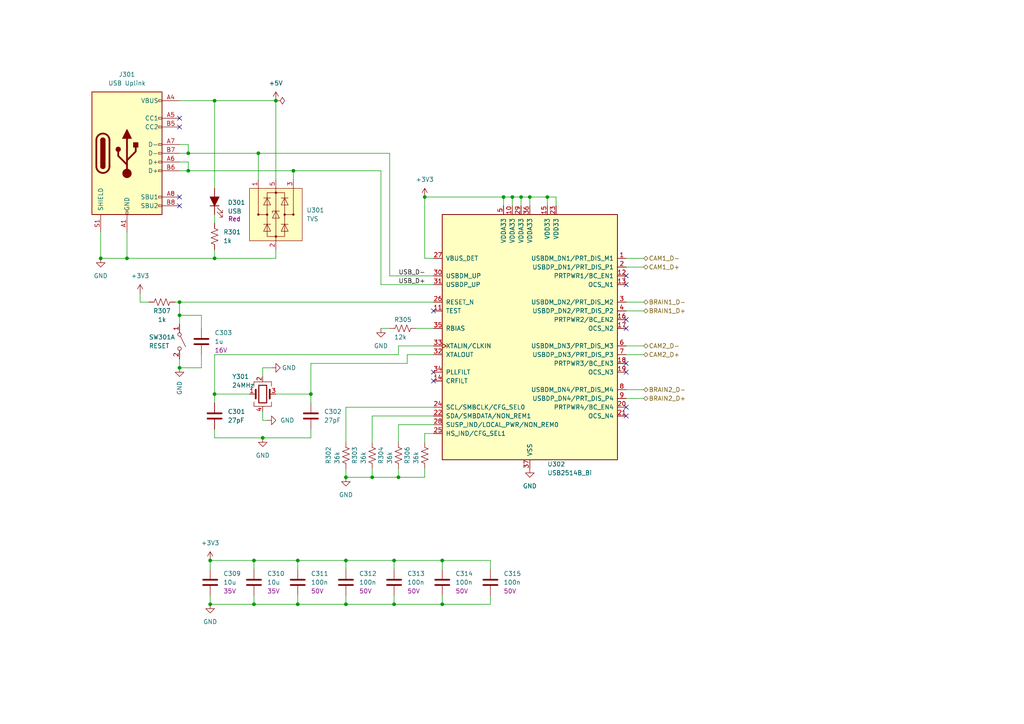
<source format=kicad_sch>
(kicad_sch (version 20250114) (generator "eeschema") (generator_version "9.0")
  (paper "A4")
  (lib_symbols
    (symbol "Connector:USB_C_Receptacle_USB2.0" (pin_names (offset 1.016))
      (property "Reference" "J" (at -10.16 19.05 0))
      (property "Value" "USB_C_Receptacle_USB2.0" (at 19.05 19.05 0))
      (symbol "USB_C_Receptacle_USB2.0_0_0"
        (rectangle (start -0.254 -17.78) (end 0.254 -16.764))
        (rectangle (start 10.16 15.494) (end 9.144 14.986))
        (rectangle (start 10.16 10.414) (end 9.144 9.906))
        (rectangle (start 10.16 7.874) (end 9.144 7.366))
        (rectangle (start 10.16 2.794) (end 9.144 2.286))
        (rectangle (start 10.16 0.254) (end 9.144 -0.254))
        (rectangle (start 10.16 -2.286) (end 9.144 -2.794))
        (rectangle (start 10.16 -4.826) (end 9.144 -5.334))
        (rectangle (start 10.16 -12.446) (end 9.144 -12.954))
        (rectangle (start 10.16 -14.986) (end 9.144 -15.494))
      )
      (symbol "USB_C_Receptacle_USB2.0_0_1"
        (rectangle (start -10.16 17.78) (end 10.16 -17.78) (stroke (width 0.254)) (fill (type background)))
        (polyline (pts (xy -8.89 -3.81) (xy -8.89 3.81)) (stroke (width 0.508)))
        (rectangle (start -7.62 -3.81) (end -6.35 3.81) (stroke (width 0.254)) (fill (type outline)))
        (arc (start -7.62 3.81) (mid -6.985 4.4423) (end -6.35 3.81) (stroke (width 0.254)))
        (arc (start -7.62 3.81) (mid -6.985 4.4423) (end -6.35 3.81) (stroke (width 0.254)) (fill (type outline)))
        (arc (start -8.89 3.81) (mid -6.985 5.7067) (end -5.08 3.81) (stroke (width 0.508)))
        (arc (start -5.08 -3.81) (mid -6.985 -5.7067) (end -8.89 -3.81) (stroke (width 0.508)))
        (arc (start -6.35 -3.81) (mid -6.985 -4.4423) (end -7.62 -3.81) (stroke (width 0.254)))
        (arc (start -6.35 -3.81) (mid -6.985 -4.4423) (end -7.62 -3.81) (stroke (width 0.254)) (fill (type outline)))
        (polyline (pts (xy -5.08 3.81) (xy -5.08 -3.81)) (stroke (width 0.508)))
        (circle (center -2.54 1.143) (radius 0.635) (stroke (width 0.254)) (fill (type outline)))
        (polyline (pts (xy -1.27 4.318) (xy 0 6.858) (xy 1.27 4.318) (xy -1.27 4.318)) (stroke (width 0.254)) (fill (type outline)))
        (polyline (pts (xy 0 -2.032) (xy 2.54 0.508) (xy 2.54 1.778)) (stroke (width 0.508)))
        (polyline (pts (xy 0 -3.302) (xy -2.54 -0.762) (xy -2.54 0.508)) (stroke (width 0.508)))
        (polyline (pts (xy 0 -5.842) (xy 0 4.318)) (stroke (width 0.508)))
        (circle (center 0 -5.842) (radius 1.27) (fill (type outline)))
        (rectangle (start 1.905 1.778) (end 3.175 3.048) (stroke (width 0.254)) (fill (type outline)))
      )
      (symbol "USB_C_Receptacle_USB2.0_1_1"
        (pin passive line (at -7.62 -22.86 90) (length 5.08) (name "SHIELD") (number "S1"))
        (pin passive line (at 0 -22.86 90) (length 5.08) (name "GND") (number "A1"))
        (pin passive line (at 0 -22.86 90) (length 5.08) (hide yes) (name "GND") (number "A12"))
        (pin passive line (at 0 -22.86 90) (length 5.08) (hide yes) (name "GND") (number "B1"))
        (pin passive line (at 0 -22.86 90) (length 5.08) (hide yes) (name "GND") (number "B12"))
        (pin passive line (at 15.24 15.24 180) (length 5.08) (name "VBUS") (number "A4"))
        (pin passive line (at 15.24 15.24 180) (length 5.08) (hide yes) (name "VBUS") (number "A9"))
        (pin passive line (at 15.24 15.24 180) (length 5.08) (hide yes) (name "VBUS") (number "B4"))
        (pin passive line (at 15.24 15.24 180) (length 5.08) (hide yes) (name "VBUS") (number "B9"))
        (pin bidirectional line (at 15.24 10.16 180) (length 5.08) (name "CC1") (number "A5"))
        (pin bidirectional line (at 15.24 7.62 180) (length 5.08) (name "CC2") (number "B5"))
        (pin bidirectional line (at 15.24 2.54 180) (length 5.08) (name "D-") (number "A7"))
        (pin bidirectional line (at 15.24 0 180) (length 5.08) (name "D-") (number "B7"))
        (pin bidirectional line (at 15.24 -2.54 180) (length 5.08) (name "D+") (number "A6"))
        (pin bidirectional line (at 15.24 -5.08 180) (length 5.08) (name "D+") (number "B6"))
        (pin bidirectional line (at 15.24 -12.7 180) (length 5.08) (name "SBU1") (number "A8"))
        (pin bidirectional line (at 15.24 -15.24 180) (length 5.08) (name "SBU2") (number "B8"))
      )
    )
    (symbol "Device:C" (pin_numbers (hide yes)) (pin_names (offset 0.254))
      (property "Reference" "C" (at 0.635 2.54 0))
      (property "Value" "C" (at 0.635 -2.54 0))
      (symbol "C_0_1"
        (polyline (pts (xy -2.032 0.762) (xy 2.032 0.762)) (stroke (width 0.508)))
        (polyline (pts (xy -2.032 -0.762) (xy 2.032 -0.762)) (stroke (width 0.508)))
      )
      (symbol "C_1_1"
        (pin passive line (at 0 3.81 270) (length 2.794) (name "~") (number "1"))
        (pin passive line (at 0 -3.81 90) (length 2.794) (name "~") (number "2"))
      )
    )
    (symbol "Device:Crystal_GND24" (pin_names (offset 1.016) (hide yes))
      (property "Reference" "Y" (at 3.175 5.08 0))
      (property "Value" "Crystal_GND24" (at 3.175 3.175 0))
      (symbol "Crystal_GND24_0_1"
        (polyline (pts (xy -2.54 2.286) (xy -2.54 3.556) (xy 2.54 3.556) (xy 2.54 2.286)))
        (polyline (pts (xy -2.54 0) (xy -2.032 0)))
        (polyline (pts (xy -2.54 -2.286) (xy -2.54 -3.556) (xy 2.54 -3.556) (xy 2.54 -2.286)))
        (polyline (pts (xy -2.032 -1.27) (xy -2.032 1.27)) (stroke (width 0.508)))
        (rectangle (start -1.143 2.54) (end 1.143 -2.54) (stroke (width 0.3048)))
        (polyline (pts (xy 0 3.556) (xy 0 3.81)))
        (polyline (pts (xy 0 -3.81) (xy 0 -3.556)))
        (polyline (pts (xy 2.032 0) (xy 2.54 0)))
        (polyline (pts (xy 2.032 -1.27) (xy 2.032 1.27)) (stroke (width 0.508)))
      )
      (symbol "Crystal_GND24_1_1"
        (pin passive line (at -3.81 0 0) (length 1.27) (name "1") (number "1"))
        (pin passive line (at 0 5.08 270) (length 1.27) (name "2") (number "2"))
        (pin passive line (at 0 -5.08 90) (length 1.27) (name "4") (number "4"))
        (pin passive line (at 3.81 0 180) (length 1.27) (name "3") (number "3"))
      )
    )
    (symbol "Device:LED_Filled" (pin_numbers (hide yes)) (pin_names (offset 1.016) (hide yes))
      (property "Reference" "D" (at 0 2.54 0))
      (property "Value" "LED_Filled" (at 0 -2.54 0))
      (symbol "LED_Filled_0_1"
        (polyline (pts (xy -3.048 -0.762) (xy -4.572 -2.286) (xy -3.81 -2.286) (xy -4.572 -2.286) (xy -4.572 -1.524)))
        (polyline (pts (xy -1.778 -0.762) (xy -3.302 -2.286) (xy -2.54 -2.286) (xy -3.302 -2.286) (xy -3.302 -1.524)))
        (polyline (pts (xy -1.27 0) (xy 1.27 0)))
        (polyline (pts (xy -1.27 -1.27) (xy -1.27 1.27)) (stroke (width 0.254)))
        (polyline (pts (xy 1.27 -1.27) (xy 1.27 1.27) (xy -1.27 0) (xy 1.27 -1.27)) (stroke (width 0.254)) (fill (type outline)))
      )
      (symbol "LED_Filled_1_1"
        (pin passive line (at -3.81 0 0) (length 2.54) (name "K") (number "1"))
        (pin passive line (at 3.81 0 180) (length 2.54) (name "A") (number "2"))
      )
    )
    (symbol "Device:R_US" (pin_numbers (hide yes)) (pin_names (offset 0))
      (property "Reference" "R" (at 2.54 0 90))
      (property "Value" "R_US" (at -2.54 0 90))
      (symbol "R_US_0_1"
        (polyline (pts (xy 0 2.286) (xy 0 2.54)))
        (polyline (pts (xy 0 2.286) (xy 1.016 1.905) (xy 0 1.524) (xy -1.016 1.143) (xy 0 0.762)))
        (polyline (pts (xy 0 0.762) (xy 1.016 0.381) (xy 0 0) (xy -1.016 -0.381) (xy 0 -0.762)))
        (polyline (pts (xy 0 -0.762) (xy 1.016 -1.143) (xy 0 -1.524) (xy -1.016 -1.905) (xy 0 -2.286)))
        (polyline (pts (xy 0 -2.286) (xy 0 -2.54)))
      )
      (symbol "R_US_1_1"
        (pin passive line (at 0 3.81 270) (length 1.27) (name "~") (number "1"))
        (pin passive line (at 0 -3.81 90) (length 1.27) (name "~") (number "2"))
      )
    )
    (symbol "Droid:TVS" (pin_names (hide yes))
      (property "Reference" "U" (at 8.89 1.27 0))
      (property "Value" "TVS" (at 8.89 -1.27 0))
      (symbol "TVS_0_1"
        (circle (center -5.08 0) (radius 0.254) (fill (type outline)))
        (polyline (pts (xy -3.5463 2.777) (xy -1.5143 2.777) (xy -2.5303 4.809) (xy -3.5463 2.777)))
        (polyline (pts (xy -3.5463 -4.843) (xy -1.5143 -4.843) (xy -2.5303 -2.811) (xy -3.5463 -4.843)))
        (polyline (pts (xy -2.54 0) (xy -5.08 0) (xy -5.08 7.62)))
        (rectangle (start -2.5303 6.333) (end 2.5497 -6.367))
        (circle (center -2.5303 -0.017) (radius 0.254) (fill (type outline)))
        (polyline (pts (xy -1.5143 4.809) (xy -3.5463 4.809)))
        (polyline (pts (xy -1.5143 -2.811) (xy -3.5463 -2.811)))
        (polyline (pts (xy -1.0063 -1.033) (xy 1.0257 -1.033) (xy 0.0097 0.999) (xy -1.0063 -1.033)))
        (polyline (pts (xy 0 6.35) (xy 0 7.62)))
        (polyline (pts (xy 0 -7.62) (xy 0 -6.35)))
        (circle (center 0.0097 6.333) (radius 0.254) (fill (type outline)))
        (polyline (pts (xy 0.0097 1.253) (xy 0.0097 6.333)))
        (polyline (pts (xy 0.0097 -6.367) (xy 0.0097 1.253)))
        (circle (center 0.0097 -6.367) (radius 0.254) (fill (type outline)))
        (polyline (pts (xy 1.0257 0.999) (xy 0.7717 0.999) (xy -1.0063 0.999) (xy -1.0063 0.491)))
        (polyline (pts (xy 1.5337 4.809) (xy 3.5657 4.809)))
        (polyline (pts (xy 1.5337 -2.811) (xy 3.5657 -2.811)))
        (polyline (pts (xy 2.54 0) (xy 5.08 0) (xy 5.08 7.62)))
        (circle (center 2.5497 -0.017) (radius 0.254) (fill (type outline)))
        (polyline (pts (xy 3.5657 2.777) (xy 1.5337 2.777) (xy 2.5497 4.809) (xy 3.5657 2.777)))
        (polyline (pts (xy 3.5657 -4.843) (xy 1.5337 -4.843) (xy 2.5497 -2.811) (xy 3.5657 -4.843)))
        (circle (center 5.08 0) (radius 0.254) (fill (type outline)))
      )
      (symbol "TVS_1_1"
        (rectangle (start -7.62 7.62) (end 7.62 -7.62) (fill (type background)))
        (pin passive line (at -5.08 10.16 270) (length 2.54) (name "D-") (number "1"))
        (pin passive line (at -5.08 10.16 270) (length 2.54) (hide yes) (name "D-") (number "6"))
        (pin passive line (at 0 10.16 270) (length 2.54) (name "VBUS") (number "5"))
        (pin passive line (at 0 -10.16 90) (length 2.54) (name "GND") (number "2"))
        (pin passive line (at 5.08 10.16 270) (length 2.54) (name "D+") (number "3"))
        (pin passive line (at 5.08 10.16 270) (length 2.54) (hide yes) (name "D+") (number "4"))
      )
    )
    (symbol "Interface_USB:USB2514B_Bi" (pin_names (offset 1.016))
      (property "Reference" "U" (at -17.78 40.64 0))
      (property "Value" "USB2514B_Bi" (at -20.32 38.1 0))
      (symbol "USB2514B_Bi_0_1"
        (rectangle (start -25.4 35.56) (end 25.4 -35.56) (stroke (width 0.254)) (fill (type background)))
      )
      (symbol "USB2514B_Bi_1_1"
        (pin input line (at -27.94 22.86 0) (length 2.54) (name "VBUS_DET") (number "27"))
        (pin bidirectional line (at -27.94 17.78 0) (length 2.54) (name "USBDM_UP") (number "30"))
        (pin bidirectional line (at -27.94 15.24 0) (length 2.54) (name "USBDP_UP") (number "31"))
        (pin input line (at -27.94 10.16 0) (length 2.54) (name "RESET_N") (number "26"))
        (pin input line (at -27.94 7.62 0) (length 2.54) (name "TEST") (number "11"))
        (pin input line (at -27.94 2.54 0) (length 2.54) (name "RBIAS") (number "35"))
        (pin input clock (at -27.94 -2.54 0) (length 2.54) (name "XTALIN/CLKIN") (number "33"))
        (pin output line (at -27.94 -5.08 0) (length 2.54) (name "XTALOUT") (number "32"))
        (pin input line (at -27.94 -10.16 0) (length 2.54) (name "PLLFILT") (number "34"))
        (pin input line (at -27.94 -12.7 0) (length 2.54) (name "CRFILT") (number "14"))
        (pin bidirectional line (at -27.94 -20.32 0) (length 2.54) (name "SCL/SMBCLK/CFG_SEL0") (number "24"))
        (pin bidirectional line (at -27.94 -22.86 0) (length 2.54) (name "SDA/SMBDATA/NON_REM1") (number "22"))
        (pin bidirectional line (at -27.94 -25.4 0) (length 2.54) (name "SUSP_IND/LOCAL_PWR/NON_REM0") (number "28"))
        (pin bidirectional line (at -27.94 -27.94 0) (length 2.54) (name "HS_IND/CFG_SEL1") (number "25"))
        (pin power_in line (at -7.62 38.1 270) (length 2.54) (name "VDDA33") (number "5"))
        (pin power_in line (at -5.08 38.1 270) (length 2.54) (name "VDDA33") (number "10"))
        (pin power_in line (at -2.54 38.1 270) (length 2.54) (name "VDDA33") (number "29"))
        (pin power_in line (at 0 38.1 270) (length 2.54) (name "VDDA33") (number "36"))
        (pin power_in line (at 0 -38.1 90) (length 2.54) (name "VSS") (number "37"))
        (pin power_in line (at 5.08 38.1 270) (length 2.54) (name "VDD33") (number "15"))
        (pin power_in line (at 7.62 38.1 270) (length 2.54) (name "VDD33") (number "23"))
        (pin bidirectional line (at 27.94 22.86 180) (length 2.54) (name "USBDM_DN1/PRT_DIS_M1") (number "1"))
        (pin bidirectional line (at 27.94 20.32 180) (length 2.54) (name "USBDP_DN1/PRT_DIS_P1") (number "2"))
        (pin bidirectional line (at 27.94 17.78 180) (length 2.54) (name "PRTPWR1/BC_EN1") (number "12"))
        (pin input line (at 27.94 15.24 180) (length 2.54) (name "OCS_N1") (number "13"))
        (pin bidirectional line (at 27.94 10.16 180) (length 2.54) (name "USBDM_DN2/PRT_DIS_M2") (number "3"))
        (pin bidirectional line (at 27.94 7.62 180) (length 2.54) (name "USBDP_DN2/PRT_DIS_P2") (number "4"))
        (pin bidirectional line (at 27.94 5.08 180) (length 2.54) (name "PRTPWR2/BC_EN2") (number "16"))
        (pin input line (at 27.94 2.54 180) (length 2.54) (name "OCS_N2") (number "17"))
        (pin bidirectional line (at 27.94 -2.54 180) (length 2.54) (name "USBDM_DN3/PRT_DIS_M3") (number "6"))
        (pin bidirectional line (at 27.94 -5.08 180) (length 2.54) (name "USBDP_DN3/PRT_DIS_P3") (number "7"))
        (pin bidirectional line (at 27.94 -7.62 180) (length 2.54) (name "PRTPWR3/BC_EN3") (number "18"))
        (pin input line (at 27.94 -10.16 180) (length 2.54) (name "OCS_N3") (number "19"))
        (pin bidirectional line (at 27.94 -15.24 180) (length 2.54) (name "USBDM_DN4/PRT_DIS_M4") (number "8"))
        (pin bidirectional line (at 27.94 -17.78 180) (length 2.54) (name "USBDP_DN4/PRT_DIS_P4") (number "9"))
        (pin bidirectional line (at 27.94 -20.32 180) (length 2.54) (name "PRTPWR4/BC_EN4") (number "20"))
        (pin input line (at 27.94 -22.86 180) (length 2.54) (name "OCS_N4") (number "21"))
      )
    )
    (symbol "Switch:SW_DPST_x2" (pin_names (offset 0) (hide yes))
      (property "Reference" "SW" (at 0 3.175 0))
      (property "Value" "SW_DPST_x2" (at 0 -2.54 0))
      (symbol "SW_DPST_x2_0_0"
        (circle (center -2.032 0) (radius 0.508))
        (polyline (pts (xy -1.524 0.254) (xy 1.524 1.778)))
        (circle (center 2.032 0) (radius 0.508))
      )
      (symbol "SW_DPST_x2_1_1"
        (pin passive line (at -5.08 0 0) (length 2.54) (name "A") (number "1"))
        (pin passive line (at 5.08 0 180) (length 2.54) (name "B") (number "2"))
      )
      (symbol "SW_DPST_x2_2_1"
        (pin passive line (at -5.08 0 0) (length 2.54) (name "A") (number "3"))
        (pin passive line (at 5.08 0 180) (length 2.54) (name "B") (number "4"))
      )
    )
    (symbol "power:+3V3" (power) (pin_names (offset 0))
      (property "Value" "+3V3" (at 0 3.556 0))
      (symbol "+3V3_0_1"
        (polyline (pts (xy -0.762 1.27) (xy 0 2.54)))
        (polyline (pts (xy 0 2.54) (xy 0.762 1.27)))
        (polyline (pts (xy 0 0) (xy 0 2.54)))
      )
      (symbol "+3V3_1_1"
        (pin power_in line (at 0 0 90) (length 0) (hide yes) (name "+3V3") (number "1"))
      )
    )
    (symbol "power:+5V" (power) (pin_names (offset 0))
      (property "Value" "+5V" (at 0 3.556 0))
      (symbol "+5V_0_1"
        (polyline (pts (xy -0.762 1.27) (xy 0 2.54)))
        (polyline (pts (xy 0 2.54) (xy 0.762 1.27)))
        (polyline (pts (xy 0 0) (xy 0 2.54)))
      )
      (symbol "+5V_1_1"
        (pin power_in line (at 0 0 90) (length 0) (hide yes) (name "+5V") (number "1"))
      )
    )
    (symbol "power:GND" (power) (pin_names (offset 0))
      (property "Value" "GND" (at 0 -3.81 0))
      (symbol "GND_0_1"
        (polyline (pts (xy 0 0) (xy 0 -1.27) (xy 1.27 -1.27) (xy 0 -2.54) (xy -1.27 -1.27) (xy 0 -1.27)))
      )
      (symbol "GND_1_1"
        (pin power_in line (at 0 0 270) (length 0) (hide yes) (name "GND") (number "1"))
      )
    )
    (symbol "power:PWR_FLAG" (power) (pin_numbers (hide yes)) (pin_names (offset 0) (hide yes))
      (property "Value" "PWR_FLAG" (at 0 3.81 0))
      (symbol "PWR_FLAG_0_0"
        (pin power_out line (at 0 0 90) (length 0) (name "pwr") (number "1"))
      )
      (symbol "PWR_FLAG_0_1"
        (polyline (pts (xy 0 0) (xy 0 1.27) (xy -1.016 1.905) (xy 0 2.54) (xy 1.016 1.905) (xy 0 1.27)))
      )
    )
  )
  (junction (at 100.33 175.26))
  (junction (at 86.36 162.56))
  (junction (at 52.07 91.44))
  (junction (at 73.66 175.26))
  (junction (at 29.21 74.93))
  (junction (at 54.61 44.45))
  (junction (at 107.95 138.43))
  (junction (at 128.27 162.56))
  (junction (at 151.13 57.15))
  (junction (at 74.93 44.45))
  (junction (at 62.23 29.21))
  (junction (at 73.66 162.56))
  (junction (at 128.27 175.26))
  (junction (at 86.36 175.26))
  (junction (at 60.96 162.56))
  (junction (at 100.33 162.56))
  (junction (at 123.19 57.15))
  (junction (at 90.17 114.3))
  (junction (at 114.3 162.56))
  (junction (at 146.05 57.15))
  (junction (at 76.2 127))
  (junction (at 62.23 114.3))
  (junction (at 85.09 49.53))
  (junction (at 115.57 138.43))
  (junction (at 158.75 57.15))
  (junction (at 100.33 138.43))
  (junction (at 36.83 74.93))
  (junction (at 60.96 175.26))
  (junction (at 62.23 74.93))
  (junction (at 54.61 49.53))
  (junction (at 52.07 87.63))
  (junction (at 148.59 57.15))
  (junction (at 52.07 106.68))
  (junction (at 153.67 57.15))
  (junction (at 80.01 29.21))
  (junction (at 114.3 175.26))
  (no_connect (at 125.73 107.95))
  (no_connect (at 52.07 34.29))
  (no_connect (at 52.07 59.69))
  (no_connect (at 125.73 90.17))
  (no_connect (at 125.73 110.49))
  (no_connect (at 181.61 92.71))
  (no_connect (at 181.61 118.11))
  (no_connect (at 181.61 107.95))
  (no_connect (at 181.61 105.41))
  (no_connect (at 181.61 95.25))
  (no_connect (at 52.07 36.83))
  (no_connect (at 181.61 82.55))
  (no_connect (at 181.61 80.01))
  (no_connect (at 52.07 57.15))
  (no_connect (at 181.61 120.65))
  (wire (pts (xy 90.17 127) (xy 76.2 127)))
  (wire (pts (xy 125.73 118.11) (xy 100.33 118.11)))
  (wire (pts (xy 114.3 175.26) (xy 100.33 175.26)))
  (wire (pts (xy 80.01 74.93) (xy 62.23 74.93)))
  (wire (pts (xy 125.73 74.93) (xy 123.19 74.93)))
  (wire (pts (xy 90.17 124.46) (xy 90.17 127)))
  (wire (pts (xy 142.24 172.72) (xy 142.24 175.26)))
  (wire (pts (xy 151.13 57.15) (xy 153.67 57.15)))
  (wire (pts (xy 107.95 138.43) (xy 115.57 138.43)))
  (wire (pts (xy 181.61 100.33) (xy 186.69 100.33)))
  (wire (pts (xy 100.33 118.11) (xy 100.33 128.27)))
  (wire (pts (xy 115.57 102.87) (xy 62.23 102.87)))
  (wire (pts (xy 62.23 102.87) (xy 62.23 114.3)))
  (wire (pts (xy 110.49 82.55) (xy 110.49 49.53)))
  (wire (pts (xy 123.19 125.73) (xy 123.19 128.27)))
  (wire (pts (xy 40.64 85.09) (xy 40.64 87.63)))
  (wire (pts (xy 58.42 95.25) (xy 58.42 91.44)))
  (wire (pts (xy 76.2 106.68) (xy 76.2 109.22)))
  (wire (pts (xy 181.61 113.03) (xy 186.69 113.03)))
  (wire (pts (xy 100.33 175.26) (xy 86.36 175.26)))
  (wire (pts (xy 181.61 102.87) (xy 186.69 102.87)))
  (wire (pts (xy 115.57 135.89) (xy 115.57 138.43)))
  (wire (pts (xy 74.93 44.45) (xy 54.61 44.45)))
  (wire (pts (xy 62.23 29.21) (xy 62.23 54.61)))
  (wire (pts (xy 54.61 46.99) (xy 54.61 49.53)))
  (wire (pts (xy 128.27 175.26) (xy 142.24 175.26)))
  (wire (pts (xy 161.29 59.69) (xy 161.29 57.15)))
  (wire (pts (xy 60.96 165.1) (xy 60.96 162.56)))
  (wire (pts (xy 153.67 59.69) (xy 153.67 57.15)))
  (wire (pts (xy 123.19 74.93) (xy 123.19 57.15)))
  (wire (pts (xy 115.57 123.19) (xy 115.57 128.27)))
  (wire (pts (xy 85.09 52.07) (xy 85.09 49.53)))
  (wire (pts (xy 123.19 57.15) (xy 146.05 57.15)))
  (wire (pts (xy 151.13 59.69) (xy 151.13 57.15)))
  (wire (pts (xy 85.09 49.53) (xy 54.61 49.53)))
  (wire (pts (xy 90.17 114.3) (xy 90.17 116.84)))
  (wire (pts (xy 146.05 57.15) (xy 148.59 57.15)))
  (wire (pts (xy 52.07 91.44) (xy 52.07 93.98)))
  (wire (pts (xy 52.07 87.63) (xy 125.73 87.63)))
  (wire (pts (xy 52.07 46.99) (xy 54.61 46.99)))
  (wire (pts (xy 60.96 162.56) (xy 73.66 162.56)))
  (wire (pts (xy 181.61 74.93) (xy 186.69 74.93)))
  (wire (pts (xy 52.07 87.63) (xy 52.07 91.44)))
  (wire (pts (xy 29.21 67.31) (xy 29.21 74.93)))
  (wire (pts (xy 52.07 41.91) (xy 54.61 41.91)))
  (wire (pts (xy 86.36 162.56) (xy 73.66 162.56)))
  (wire (pts (xy 110.49 82.55) (xy 125.73 82.55)))
  (wire (pts (xy 62.23 114.3) (xy 62.23 116.84)))
  (wire (pts (xy 80.01 114.3) (xy 90.17 114.3)))
  (wire (pts (xy 128.27 165.1) (xy 128.27 162.56)))
  (wire (pts (xy 86.36 172.72) (xy 86.36 175.26)))
  (wire (pts (xy 78.74 106.68) (xy 76.2 106.68)))
  (wire (pts (xy 86.36 162.56) (xy 100.33 162.56)))
  (wire (pts (xy 58.42 106.68) (xy 52.07 106.68)))
  (wire (pts (xy 125.73 123.19) (xy 115.57 123.19)))
  (wire (pts (xy 181.61 90.17) (xy 186.69 90.17)))
  (wire (pts (xy 181.61 87.63) (xy 186.69 87.63)))
  (wire (pts (xy 62.23 62.23) (xy 62.23 64.77)))
  (wire (pts (xy 120.65 95.25) (xy 125.73 95.25)))
  (wire (pts (xy 58.42 102.87) (xy 58.42 106.68)))
  (wire (pts (xy 118.11 105.41) (xy 118.11 102.87)))
  (wire (pts (xy 50.8 87.63) (xy 52.07 87.63)))
  (wire (pts (xy 52.07 49.53) (xy 54.61 49.53)))
  (wire (pts (xy 153.67 57.15) (xy 158.75 57.15)))
  (wire (pts (xy 60.96 175.26) (xy 73.66 175.26)))
  (wire (pts (xy 36.83 74.93) (xy 62.23 74.93)))
  (wire (pts (xy 80.01 52.07) (xy 80.01 29.21)))
  (wire (pts (xy 114.3 162.56) (xy 100.33 162.56)))
  (wire (pts (xy 62.23 127) (xy 76.2 127)))
  (wire (pts (xy 115.57 102.87) (xy 115.57 100.33)))
  (wire (pts (xy 100.33 135.89) (xy 100.33 138.43)))
  (wire (pts (xy 110.49 49.53) (xy 85.09 49.53)))
  (wire (pts (xy 114.3 175.26) (xy 128.27 175.26)))
  (wire (pts (xy 125.73 120.65) (xy 107.95 120.65)))
  (wire (pts (xy 72.39 114.3) (xy 62.23 114.3)))
  (wire (pts (xy 100.33 172.72) (xy 100.33 175.26)))
  (wire (pts (xy 125.73 125.73) (xy 123.19 125.73)))
  (wire (pts (xy 181.61 115.57) (xy 186.69 115.57)))
  (wire (pts (xy 73.66 175.26) (xy 73.66 172.72)))
  (wire (pts (xy 128.27 162.56) (xy 114.3 162.56)))
  (wire (pts (xy 114.3 172.72) (xy 114.3 175.26)))
  (wire (pts (xy 146.05 59.69) (xy 146.05 57.15)))
  (wire (pts (xy 77.47 121.92) (xy 76.2 121.92)))
  (wire (pts (xy 158.75 57.15) (xy 158.75 59.69)))
  (wire (pts (xy 148.59 59.69) (xy 148.59 57.15)))
  (wire (pts (xy 62.23 29.21) (xy 52.07 29.21)))
  (wire (pts (xy 113.03 80.01) (xy 113.03 44.45)))
  (wire (pts (xy 142.24 162.56) (xy 128.27 162.56)))
  (wire (pts (xy 115.57 100.33) (xy 125.73 100.33)))
  (wire (pts (xy 36.83 67.31) (xy 36.83 74.93)))
  (wire (pts (xy 52.07 44.45) (xy 54.61 44.45)))
  (wire (pts (xy 76.2 121.92) (xy 76.2 119.38)))
  (wire (pts (xy 73.66 175.26) (xy 86.36 175.26)))
  (wire (pts (xy 60.96 172.72) (xy 60.96 175.26)))
  (wire (pts (xy 107.95 120.65) (xy 107.95 128.27)))
  (wire (pts (xy 123.19 138.43) (xy 115.57 138.43)))
  (wire (pts (xy 113.03 80.01) (xy 125.73 80.01)))
  (wire (pts (xy 161.29 57.15) (xy 158.75 57.15)))
  (wire (pts (xy 62.23 74.93) (xy 62.23 72.39)))
  (wire (pts (xy 29.21 74.93) (xy 36.83 74.93)))
  (wire (pts (xy 86.36 165.1) (xy 86.36 162.56)))
  (wire (pts (xy 142.24 165.1) (xy 142.24 162.56)))
  (wire (pts (xy 123.19 135.89) (xy 123.19 138.43)))
  (wire (pts (xy 74.93 52.07) (xy 74.93 44.45)))
  (wire (pts (xy 80.01 29.21) (xy 62.23 29.21)))
  (wire (pts (xy 107.95 138.43) (xy 100.33 138.43)))
  (wire (pts (xy 52.07 104.14) (xy 52.07 106.68)))
  (wire (pts (xy 128.27 172.72) (xy 128.27 175.26)))
  (wire (pts (xy 90.17 105.41) (xy 90.17 114.3)))
  (wire (pts (xy 40.64 87.63) (xy 43.18 87.63)))
  (wire (pts (xy 110.49 95.25) (xy 113.03 95.25)))
  (wire (pts (xy 74.93 44.45) (xy 113.03 44.45)))
  (wire (pts (xy 62.23 124.46) (xy 62.23 127)))
  (wire (pts (xy 118.11 105.41) (xy 90.17 105.41)))
  (wire (pts (xy 80.01 72.39) (xy 80.01 74.93)))
  (wire (pts (xy 181.61 77.47) (xy 186.69 77.47)))
  (wire (pts (xy 54.61 41.91) (xy 54.61 44.45)))
  (wire (pts (xy 107.95 135.89) (xy 107.95 138.43)))
  (wire (pts (xy 148.59 57.15) (xy 151.13 57.15)))
  (wire (pts (xy 100.33 165.1) (xy 100.33 162.56)))
  (wire (pts (xy 73.66 162.56) (xy 73.66 165.1)))
  (wire (pts (xy 114.3 165.1) (xy 114.3 162.56)))
  (wire (pts (xy 118.11 102.87) (xy 125.73 102.87)))
  (wire (pts (xy 58.42 91.44) (xy 52.07 91.44)))
  (label "USB_D+" (at 115.57 82.55 0))
  (label "USB_D-" (at 115.57 80.01 0))
  (hierarchical_label "BRAIN1_D+" (shape bidirectional) (at 186.69 90.17 0))
  (hierarchical_label "CAM2_D+" (shape bidirectional) (at 186.69 102.87 0))
  (hierarchical_label "BRAIN2_D-" (shape bidirectional) (at 186.69 113.03 0))
  (hierarchical_label "CAM1_D-" (shape bidirectional) (at 186.69 74.93 0))
  (hierarchical_label "CAM2_D-" (shape bidirectional) (at 186.69 100.33 0))
  (hierarchical_label "CAM1_D+" (shape bidirectional) (at 186.69 77.47 0))
  (hierarchical_label "BRAIN2_D+" (shape bidirectional) (at 186.69 115.57 0))
  (hierarchical_label "BRAIN1_D-" (shape bidirectional) (at 186.69 87.63 0))
  (symbol (lib_id "Device:R_US") (at 62.23 68.58 0) (unit 1)
    (property "Reference" "R301" (at 64.77 67.31 0) (effects (justify left)))
    (property "Value" "1k" (at 64.77 69.85 0) (effects (justify left)))
    (property "Footprint" "Droid:R_0603_HandSolder" (effects (hide yes)))
    (property "Rating" "100mw" (effects (hide yes)))
    (property "mpn" "RMCF0603JT1K00" (effects (hide yes)))
    (instances (project "linkertron" (path "" (reference "R301") (unit 1))) (project "movertron" (path "" (reference "R405") (unit 1))))
  )
  (symbol (lib_id "Device:C") (at 62.23 120.65 0) (unit 1)
    (property "Reference" "C301" (at 66.04 119.38 0) (effects (justify left)))
    (property "Value" "27pF" (at 66.04 121.92 0) (effects (justify left)))
    (property "Footprint" "Droid:C_0603_HandSolder" (effects (hide yes)))
    (property "mpn" "C0603C270J5GAC7867" (effects (hide yes)))
  )
  (symbol (lib_id "Device:R_US") (at 100.33 132.08 0) (unit 1)
    (property "Reference" "R302" (at 95.25 134.62 90) (effects (justify left)))
    (property "Value" "36k" (at 97.79 134.62 90) (effects (justify left)))
    (property "Footprint" "Droid:R_0603_HandSolder" (effects (hide yes)))
    (property "mpn" "RMCF0603FT36K0" (effects (hide yes)))
  )
  (symbol (lib_id "Device:C") (at 100.33 168.91 0) (unit 1)
    (property "Reference" "C312" (at 104.14 166.37 0) (effects (justify left)))
    (property "Value" "100n" (at 104.14 168.91 0) (effects (justify left)))
    (property "Footprint" "Droid:C_0603_HandSolder" (effects (hide yes)))
    (property "mpn" "CL10B104KB8NNNC" (effects (hide yes)))
    (property "Rating" "50V" (at 104.14 171.45 0) (effects (justify left)))
    (instances (project "linkertron" (path "" (reference "C312") (unit 1))) (project "movertron" (path "" (reference "C206") (unit 1))))
  )
  (symbol (lib_id "Device:R_US") (at 107.95 132.08 0) (unit 1)
    (property "Reference" "R303" (at 102.87 134.62 90) (effects (justify left)))
    (property "Value" "36k" (at 105.41 134.62 90) (effects (justify left)))
    (property "Footprint" "Droid:R_0603_HandSolder" (effects (hide yes)))
    (property "mpn" "RMCF0603FT36K0" (effects (hide yes)))
  )
  (symbol (lib_id "power:GND") (at 60.96 175.26 0) (unit 1)
    (property "Reference" "#PWR0311" (effects (hide yes)))
    (property "Value" "GND" (at 60.96 180.34 0))
  )
  (symbol (lib_id "Device:Crystal_GND24") (at 76.2 114.3 0) (unit 1)
    (property "Reference" "Y301" (at 67.31 109.22 0) (effects (justify left)))
    (property "Value" "24MHz" (at 67.31 111.76 0) (effects (justify left)))
    (property "Footprint" "Crystal:Crystal_SMD_5032-4Pin_5.0x3.2mm" (effects (hide yes)))
    (property "Datasheet" "https://ecsxtal.com/store/pdf/ecx_53b.pdf" (effects (hide yes)))
    (property "mpn" "ECS-240-20-30B-TR" (effects (hide yes)))
  )
  (symbol (lib_id "Droid:TVS") (at 80.01 62.23 0) (unit 1)
    (property "Reference" "U301" (at 88.9 60.96 0) (effects (justify left)))
    (property "Value" "TVS" (at 88.9 63.5 0) (effects (justify left)))
    (property "Footprint" "Package_TO_SOT_SMD:SOT-23-6" (effects (hide yes)))
    (property "Datasheet" "https://www.st.com/resource/en/datasheet/usblc6-2.pdf" (effects (hide yes)))
    (property "mpn" "USBLC6-2SC6" (effects (hide yes)))
  )
  (symbol (lib_id "power:GND") (at 29.21 74.93 0) (unit 1)
    (property "Reference" "#PWR0301" (effects (hide yes)))
    (property "Value" "GND" (at 29.21 80.01 0))
  )
  (symbol (lib_id "power:+5V") (at 80.01 29.21 0) (unit 1)
    (property "Reference" "#PWR0303" (effects (hide yes)))
    (property "Value" "+5V" (at 80.01 24.13 0))
  )
  (symbol (lib_id "power:GND") (at 76.2 127 0) (unit 1)
    (property "Reference" "#PWR0302" (effects (hide yes)))
    (property "Value" "GND" (at 76.2 132.08 0))
  )
  (symbol (lib_id "Device:LED_Filled") (at 62.23 58.42 90) (unit 1)
    (property "Reference" "D301" (at 66.04 58.7375 90) (effects (justify right)))
    (property "Value" "USB" (at 66.04 61.2775 90) (effects (justify right)))
    (property "Footprint" "Droid:LED_0805_LiteOn" (effects (hide yes)))
    (property "mpn" "APT2012EC" (effects (hide yes)))
    (property "Rating" "Red" (at 69.85 63.5 90) (effects (justify left)))
    (instances (project "linkertron" (path "" (reference "D301") (unit 1))) (project "movertron" (path "" (reference "D405") (unit 1))))
  )
  (symbol (lib_id "power:GND") (at 78.74 106.68 90) (unit 1)
    (property "Reference" "#PWR0313" (effects (hide yes)))
    (property "Value" "GND" (at 83.82 106.68 90))
  )
  (symbol (lib_id "power:GND") (at 52.07 106.68 0) (unit 1)
    (property "Reference" "#PWR0309" (effects (hide yes)))
    (property "Value" "GND" (at 52.07 110.49 90) (effects (justify right)))
  )
  (symbol (lib_id "power:GND") (at 77.47 121.92 90) (unit 1)
    (property "Reference" "#PWR0312" (effects (hide yes)))
    (property "Value" "GND" (at 81.28 121.92 90) (effects (justify right)))
  )
  (symbol (lib_id "Device:C") (at 58.42 99.06 0) (unit 1)
    (property "Reference" "C303" (at 62.23 96.52 0) (effects (justify left)))
    (property "Value" "1u" (at 62.23 99.06 0) (effects (justify left)))
    (property "Footprint" "Droid:C_0603_HandSolder" (effects (hide yes)))
    (property "mpn" "CL10B105MO8NNWC" (effects (hide yes)))
    (property "Rating" "16V" (at 62.23 101.6 0) (effects (justify left)))
    (instances (project "linkertron" (path "" (reference "C303") (unit 1))) (project "movertron" (path "" (reference "C207") (unit 1))))
  )
  (symbol (lib_id "Connector:USB_C_Receptacle_USB2.0") (at 36.83 44.45 0) (unit 1)
    (property "Reference" "J301" (at 36.83 21.59 0))
    (property "Value" "USB Uplink" (at 36.83 24.13 0))
    (property "Footprint" "Droid:USB_C_Receptacle_JAE_DX07S016JA1R1500" (effects (hide yes)))
    (property "Datasheet" "https://www.usb.org/sites/default/files/documents/usb_type-c.zip" (effects (hide yes)))
    (property "mpn" "DX07S016JA1R1500" (effects (hide yes)))
  )
  (symbol (lib_id "Device:C") (at 90.17 120.65 0) (unit 1)
    (property "Reference" "C302" (at 93.98 119.38 0) (effects (justify left)))
    (property "Value" "27pF" (at 93.98 121.92 0) (effects (justify left)))
    (property "Footprint" "Droid:C_0603_HandSolder" (effects (hide yes)))
    (property "mpn" "C0603C270J5GAC7867" (effects (hide yes)))
  )
  (symbol (lib_id "Device:R_US") (at 116.84 95.25 270) (unit 1)
    (property "Reference" "R305" (at 114.3 92.71 90) (effects (justify left)))
    (property "Value" "12k" (at 114.3 97.79 90) (effects (justify left)))
    (property "Footprint" "Droid:R_0603_HandSolder" (effects (hide yes)))
    (property "mpn" "RC0603JR-0712KL" (effects (hide yes)))
  )
  (symbol (lib_id "Device:R_US") (at 115.57 132.08 0) (unit 1)
    (property "Reference" "R304" (at 110.49 134.62 90) (effects (justify left)))
    (property "Value" "36k" (at 113.03 134.62 90) (effects (justify left)))
    (property "Footprint" "Droid:R_0603_HandSolder" (effects (hide yes)))
    (property "mpn" "RMCF0603FT36K0" (effects (hide yes)))
  )
  (symbol (lib_id "power:+3V3") (at 123.19 57.15 0) (unit 1)
    (property "Reference" "#PWR0306" (effects (hide yes)))
    (property "Value" "+3V3" (at 123.19 52.07 0))
  )
  (symbol (lib_id "Device:R_US") (at 46.99 87.63 90) (unit 1)
    (property "Reference" "R307" (at 46.99 90.17 90))
    (property "Value" "1k" (at 46.99 92.71 90))
    (property "Footprint" "Droid:R_0603_HandSolder" (effects (hide yes)))
    (property "mpn" "RMCF0603JT1K00" (effects (hide yes)))
    (property "Rating" "100mw" (effects (hide yes)))
    (instances (project "linkertron" (path "" (reference "R307") (unit 1))) (project "movertron" (path "" (reference "R204") (unit 1))))
  )
  (symbol (lib_id "power:+3V3") (at 40.64 85.09 0) (unit 1)
    (property "Reference" "#PWR0308" (effects (hide yes)))
    (property "Value" "+3V3" (at 40.64 80.01 0))
  )
  (symbol (lib_id "Device:C") (at 142.24 168.91 0) (unit 1)
    (property "Reference" "C315" (at 146.05 166.37 0) (effects (justify left)))
    (property "Value" "100n" (at 146.05 168.91 0) (effects (justify left)))
    (property "Footprint" "Droid:C_0603_HandSolder" (effects (hide yes)))
    (property "mpn" "CL10B104KB8NNNC" (effects (hide yes)))
    (property "Rating" "50V" (at 146.05 171.45 0) (effects (justify left)))
    (instances (project "linkertron" (path "" (reference "C315") (unit 1))) (project "movertron" (path "" (reference "C206") (unit 1))))
  )
  (symbol (lib_id "Device:C") (at 60.96 168.91 0) (unit 1)
    (property "Reference" "C309" (at 64.77 166.37 0) (effects (justify left)))
    (property "Value" "10u" (at 64.77 168.91 0) (effects (justify left)))
    (property "Footprint" "Droid:C_0603_HandSolder" (effects (hide yes)))
    (property "mpn" "GRM188R6YA106MA73D" (effects (hide yes)))
    (property "Rating" "35V" (at 64.77 171.45 0) (effects (justify left)))
    (instances (project "linkertron" (path "" (reference "C309") (unit 1))) (project "movertron" (path "" (reference "C203") (unit 1))))
  )
  (symbol (lib_id "Device:R_US") (at 123.19 132.08 0) (unit 1)
    (property "Reference" "R306" (at 118.11 134.62 90) (effects (justify left)))
    (property "Value" "36k" (at 120.65 134.62 90) (effects (justify left)))
    (property "Footprint" "Droid:R_0603_HandSolder" (effects (hide yes)))
    (property "mpn" "RMCF0603FT36K0" (effects (hide yes)))
  )
  (symbol (lib_id "power:PWR_FLAG") (at 80.01 29.21 270) (unit 1)
    (property "Reference" "#FLG0301" (effects (hide yes)))
    (property "Value" "PWR_FLAG" (effects (hide yes)))
  )
  (symbol (lib_id "power:GND") (at 100.33 138.43 0) (unit 1)
    (property "Reference" "#PWR0304" (effects (hide yes)))
    (property "Value" "GND" (at 100.33 143.51 0))
  )
  (symbol (lib_id "Device:C") (at 114.3 168.91 0) (unit 1)
    (property "Reference" "C313" (at 118.11 166.37 0) (effects (justify left)))
    (property "Value" "100n" (at 118.11 168.91 0) (effects (justify left)))
    (property "Footprint" "Droid:C_0603_HandSolder" (effects (hide yes)))
    (property "mpn" "CL10B104KB8NNNC" (effects (hide yes)))
    (property "Rating" "50V" (at 118.11 171.45 0) (effects (justify left)))
    (instances (project "linkertron" (path "" (reference "C313") (unit 1))) (project "movertron" (path "" (reference "C206") (unit 1))))
  )
  (symbol (lib_id "Device:C") (at 128.27 168.91 0) (unit 1)
    (property "Reference" "C314" (at 132.08 166.37 0) (effects (justify left)))
    (property "Value" "100n" (at 132.08 168.91 0) (effects (justify left)))
    (property "Footprint" "Droid:C_0603_HandSolder" (effects (hide yes)))
    (property "mpn" "CL10B104KB8NNNC" (effects (hide yes)))
    (property "Rating" "50V" (at 132.08 171.45 0) (effects (justify left)))
    (instances (project "linkertron" (path "" (reference "C314") (unit 1))) (project "movertron" (path "" (reference "C206") (unit 1))))
  )
  (symbol (lib_id "Device:C") (at 73.66 168.91 0) (unit 1)
    (property "Reference" "C310" (at 77.47 166.37 0) (effects (justify left)))
    (property "Value" "10u" (at 77.47 168.91 0) (effects (justify left)))
    (property "Footprint" "Droid:C_0603_HandSolder" (effects (hide yes)))
    (property "mpn" "GRM188R6YA106MA73D" (effects (hide yes)))
    (property "Rating" "35V" (at 77.47 171.45 0) (effects (justify left)))
    (instances (project "linkertron" (path "" (reference "C310") (unit 1))) (project "movertron" (path "" (reference "C203") (unit 1))))
  )
  (symbol (lib_id "Switch:SW_DPST_x2") (at 52.07 99.06 270) (unit 1)
    (property "Reference" "SW301" (at 43.18 97.79 90) (effects (justify left)))
    (property "Value" "RESET" (at 43.18 100.33 90) (effects (justify left)))
    (property "Footprint" "Droid:Tactile_Switch_4.2mm" (effects (hide yes)))
    (property "mpn" "PTS810 SJK 250 SMTR LFS" (effects (hide yes)))
  )
  (symbol (lib_id "power:+3V3") (at 60.96 162.56 0) (unit 1)
    (property "Reference" "#PWR0310" (effects (hide yes)))
    (property "Value" "+3V3" (at 60.96 157.48 0))
  )
  (symbol (lib_id "power:GND") (at 110.49 95.25 0) (unit 1)
    (property "Reference" "#PWR0305" (effects (hide yes)))
    (property "Value" "GND" (at 110.49 100.33 0))
  )
  (symbol (lib_id "power:GND") (at 153.67 135.89 0) (unit 1)
    (property "Reference" "#PWR0307" (effects (hide yes)))
    (property "Value" "GND" (at 153.67 140.97 0))
  )
  (symbol (lib_id "Device:C") (at 86.36 168.91 0) (unit 1)
    (property "Reference" "C311" (at 90.17 166.37 0) (effects (justify left)))
    (property "Value" "100n" (at 90.17 168.91 0) (effects (justify left)))
    (property "Footprint" "Droid:C_0603_HandSolder" (effects (hide yes)))
    (property "mpn" "CL10B104KB8NNNC" (effects (hide yes)))
    (property "Rating" "50V" (at 90.17 171.45 0) (effects (justify left)))
    (instances (project "linkertron" (path "" (reference "C311") (unit 1))) (project "movertron" (path "" (reference "C206") (unit 1))))
  )
  (symbol (lib_id "Interface_USB:USB2514B_Bi") (at 153.67 97.79 0) (unit 1)
    (property "Reference" "U302" (at 158.75 134.62 0) (effects (justify left)))
    (property "Value" "USB2514B_Bi" (at 158.75 137.16 0) (effects (justify left)))
    (property "Footprint" "Package_DFN_QFN:QFN-36-1EP_6x6mm_P0.5mm_EP3.7x3.7mm" (effects (hide yes)))
    (property "Datasheet" "http://ww1.microchip.com/downloads/en/DeviceDoc/00001692C.pdf" (effects (hide yes)))
    (property "mpn" "USB2514BI-AEZG-TR" (effects (hide yes)))
  )
)
</source>
